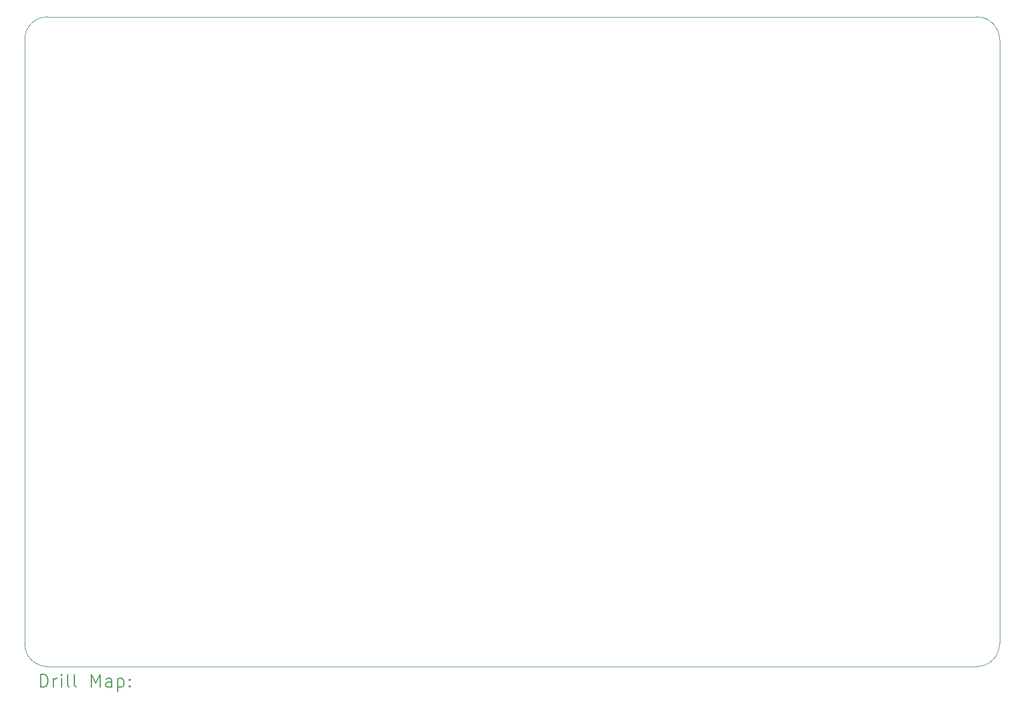
<source format=gbr>
%TF.GenerationSoftware,KiCad,Pcbnew,7.0.1*%
%TF.CreationDate,2023-09-17T03:43:22-07:00*%
%TF.ProjectId,rps01,72707330-312e-46b6-9963-61645f706362,1*%
%TF.SameCoordinates,Original*%
%TF.FileFunction,Drillmap*%
%TF.FilePolarity,Positive*%
%FSLAX45Y45*%
G04 Gerber Fmt 4.5, Leading zero omitted, Abs format (unit mm)*
G04 Created by KiCad (PCBNEW 7.0.1) date 2023-09-17 03:43:22*
%MOMM*%
%LPD*%
G01*
G04 APERTURE LIST*
%ADD10C,0.100000*%
%ADD11C,0.200000*%
G04 APERTURE END LIST*
D10*
X3740000Y-3420000D02*
G75*
G03*
X3390000Y-3770000I0J-350000D01*
G01*
X3390000Y-13070000D02*
G75*
G03*
X3740000Y-13420000I350000J0D01*
G01*
X18040000Y-3420000D02*
X3740000Y-3420000D01*
X18390000Y-13070000D02*
X18390000Y-3770000D01*
X3390000Y-3770000D02*
X3390000Y-13070000D01*
X3740000Y-13420000D02*
X18040000Y-13420000D01*
X18040000Y-13420000D02*
G75*
G03*
X18390000Y-13070000I0J350000D01*
G01*
X18390000Y-3770000D02*
G75*
G03*
X18040000Y-3420000I-350000J0D01*
G01*
D11*
X3632619Y-13737524D02*
X3632619Y-13537524D01*
X3632619Y-13537524D02*
X3680238Y-13537524D01*
X3680238Y-13537524D02*
X3708809Y-13547048D01*
X3708809Y-13547048D02*
X3727857Y-13566095D01*
X3727857Y-13566095D02*
X3737381Y-13585143D01*
X3737381Y-13585143D02*
X3746905Y-13623238D01*
X3746905Y-13623238D02*
X3746905Y-13651809D01*
X3746905Y-13651809D02*
X3737381Y-13689905D01*
X3737381Y-13689905D02*
X3727857Y-13708952D01*
X3727857Y-13708952D02*
X3708809Y-13728000D01*
X3708809Y-13728000D02*
X3680238Y-13737524D01*
X3680238Y-13737524D02*
X3632619Y-13737524D01*
X3832619Y-13737524D02*
X3832619Y-13604190D01*
X3832619Y-13642286D02*
X3842143Y-13623238D01*
X3842143Y-13623238D02*
X3851667Y-13613714D01*
X3851667Y-13613714D02*
X3870714Y-13604190D01*
X3870714Y-13604190D02*
X3889762Y-13604190D01*
X3956428Y-13737524D02*
X3956428Y-13604190D01*
X3956428Y-13537524D02*
X3946905Y-13547048D01*
X3946905Y-13547048D02*
X3956428Y-13556571D01*
X3956428Y-13556571D02*
X3965952Y-13547048D01*
X3965952Y-13547048D02*
X3956428Y-13537524D01*
X3956428Y-13537524D02*
X3956428Y-13556571D01*
X4080238Y-13737524D02*
X4061190Y-13728000D01*
X4061190Y-13728000D02*
X4051667Y-13708952D01*
X4051667Y-13708952D02*
X4051667Y-13537524D01*
X4185000Y-13737524D02*
X4165952Y-13728000D01*
X4165952Y-13728000D02*
X4156428Y-13708952D01*
X4156428Y-13708952D02*
X4156428Y-13537524D01*
X4413571Y-13737524D02*
X4413571Y-13537524D01*
X4413571Y-13537524D02*
X4480238Y-13680381D01*
X4480238Y-13680381D02*
X4546905Y-13537524D01*
X4546905Y-13537524D02*
X4546905Y-13737524D01*
X4727857Y-13737524D02*
X4727857Y-13632762D01*
X4727857Y-13632762D02*
X4718333Y-13613714D01*
X4718333Y-13613714D02*
X4699286Y-13604190D01*
X4699286Y-13604190D02*
X4661190Y-13604190D01*
X4661190Y-13604190D02*
X4642143Y-13613714D01*
X4727857Y-13728000D02*
X4708810Y-13737524D01*
X4708810Y-13737524D02*
X4661190Y-13737524D01*
X4661190Y-13737524D02*
X4642143Y-13728000D01*
X4642143Y-13728000D02*
X4632619Y-13708952D01*
X4632619Y-13708952D02*
X4632619Y-13689905D01*
X4632619Y-13689905D02*
X4642143Y-13670857D01*
X4642143Y-13670857D02*
X4661190Y-13661333D01*
X4661190Y-13661333D02*
X4708810Y-13661333D01*
X4708810Y-13661333D02*
X4727857Y-13651809D01*
X4823095Y-13604190D02*
X4823095Y-13804190D01*
X4823095Y-13613714D02*
X4842143Y-13604190D01*
X4842143Y-13604190D02*
X4880238Y-13604190D01*
X4880238Y-13604190D02*
X4899286Y-13613714D01*
X4899286Y-13613714D02*
X4908810Y-13623238D01*
X4908810Y-13623238D02*
X4918333Y-13642286D01*
X4918333Y-13642286D02*
X4918333Y-13699428D01*
X4918333Y-13699428D02*
X4908810Y-13718476D01*
X4908810Y-13718476D02*
X4899286Y-13728000D01*
X4899286Y-13728000D02*
X4880238Y-13737524D01*
X4880238Y-13737524D02*
X4842143Y-13737524D01*
X4842143Y-13737524D02*
X4823095Y-13728000D01*
X5004048Y-13718476D02*
X5013571Y-13728000D01*
X5013571Y-13728000D02*
X5004048Y-13737524D01*
X5004048Y-13737524D02*
X4994524Y-13728000D01*
X4994524Y-13728000D02*
X5004048Y-13718476D01*
X5004048Y-13718476D02*
X5004048Y-13737524D01*
X5004048Y-13613714D02*
X5013571Y-13623238D01*
X5013571Y-13623238D02*
X5004048Y-13632762D01*
X5004048Y-13632762D02*
X4994524Y-13623238D01*
X4994524Y-13623238D02*
X5004048Y-13613714D01*
X5004048Y-13613714D02*
X5004048Y-13632762D01*
M02*

</source>
